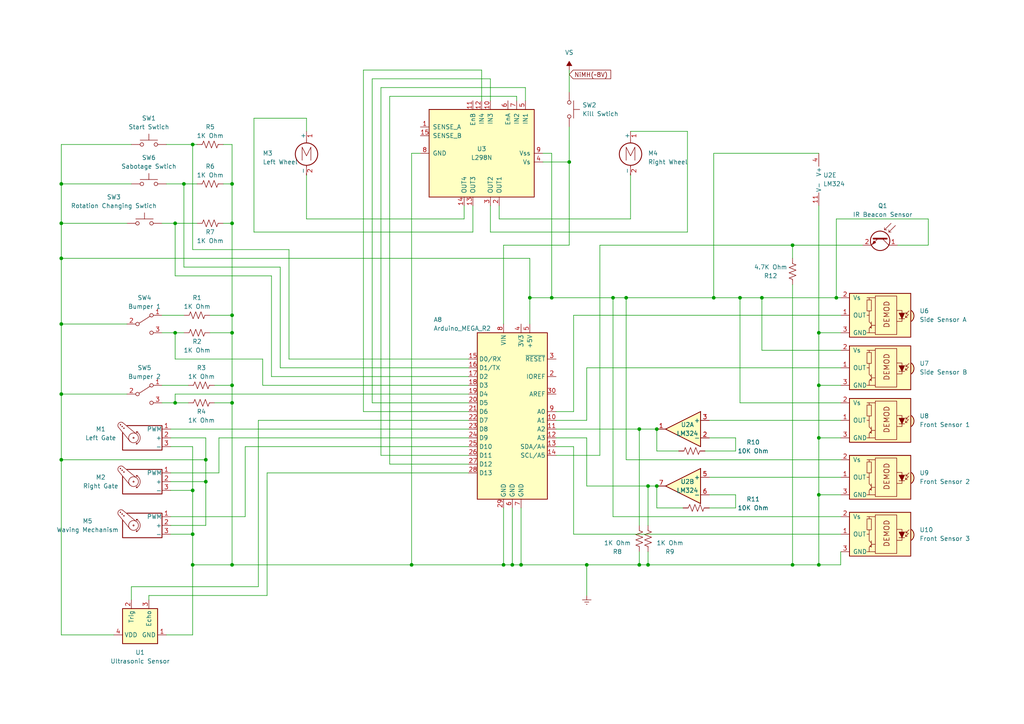
<source format=kicad_sch>
(kicad_sch (version 20211123) (generator eeschema)
  (paper "A4")
  (lib_symbols
    (symbol "Amplifier_Operational:LM324" (pin_names (offset 0.127))
      (property "Reference" "U" (at 0 5.08 0))
      (property "Value" "LM324" (at 0 -5.08 0))
      (symbol "LM324_1_1"
        (polyline (pts (xy -5.08 5.08) (xy 5.08 0) (xy -5.08 -5.08) (xy -5.08 5.08)) (stroke (width 0.254)) (fill (type background)))
        (pin output line (at 7.62 0 180) (length 2.54) (name "~") (number "1"))
        (pin input line (at -7.62 -2.54 0) (length 2.54) (name "-") (number "2"))
        (pin input line (at -7.62 2.54 0) (length 2.54) (name "+") (number "3"))
      )
      (symbol "LM324_2_1"
        (polyline (pts (xy -5.08 5.08) (xy 5.08 0) (xy -5.08 -5.08) (xy -5.08 5.08)) (stroke (width 0.254)) (fill (type background)))
        (pin input line (at -7.62 2.54 0) (length 2.54) (name "+") (number "5"))
        (pin input line (at -7.62 -2.54 0) (length 2.54) (name "-") (number "6"))
        (pin output line (at 7.62 0 180) (length 2.54) (name "~") (number "7"))
      )
      (symbol "LM324_3_1"
        (polyline (pts (xy -5.08 5.08) (xy 5.08 0) (xy -5.08 -5.08) (xy -5.08 5.08)) (stroke (width 0.254)) (fill (type background)))
        (pin input line (at -7.62 2.54 0) (length 2.54) (name "+") (number "10"))
        (pin output line (at 7.62 0 180) (length 2.54) (name "~") (number "8"))
        (pin input line (at -7.62 -2.54 0) (length 2.54) (name "-") (number "9"))
      )
      (symbol "LM324_4_1"
        (polyline (pts (xy -5.08 5.08) (xy 5.08 0) (xy -5.08 -5.08) (xy -5.08 5.08)) (stroke (width 0.254)) (fill (type background)))
        (pin input line (at -7.62 2.54 0) (length 2.54) (name "+") (number "12"))
        (pin input line (at -7.62 -2.54 0) (length 2.54) (name "-") (number "13"))
        (pin output line (at 7.62 0 180) (length 2.54) (name "~") (number "14"))
      )
      (symbol "LM324_5_1"
        (pin power_in line (at -2.54 -7.62 90) (length 3.81) (name "V-") (number "11"))
        (pin power_in line (at -2.54 7.62 270) (length 3.81) (name "V+") (number "4"))
      )
    )
    (symbol "Device:Q_Photo_NPN" (pin_names (offset 0) hide)
      (property "Reference" "Q" (at 5.08 1.27 0))
      (property "Value" "Q_Photo_NPN" (at 5.08 -1.27 0))
      (symbol "Q_Photo_NPN_0_1"
        (polyline (pts (xy -1.905 1.27) (xy -2.54 1.27)))
        (polyline (pts (xy -1.27 2.54) (xy -1.905 2.54)))
        (polyline (pts (xy 0.635 0.635) (xy 2.54 2.54)))
        (polyline (pts (xy -3.81 3.175) (xy -1.905 1.27) (xy -1.905 1.905)))
        (polyline (pts (xy -3.175 4.445) (xy -1.27 2.54) (xy -1.27 3.175)))
        (polyline (pts (xy 0.635 -0.635) (xy 2.54 -2.54) (xy 2.54 -2.54)))
        (polyline (pts (xy 0.635 1.905) (xy 0.635 -1.905) (xy 0.635 -1.905)) (stroke (width 0.508)))
        (polyline (pts (xy 1.27 -1.778) (xy 1.778 -1.27) (xy 2.286 -2.286) (xy 1.27 -1.778) (xy 1.27 -1.778)) (fill (type outline)))
        (circle (center 1.27 0) (radius 2.8194) (stroke (width 0.254)))
      )
      (symbol "Q_Photo_NPN_1_1"
        (pin passive line (at 2.54 5.08 270) (length 2.54) (name "C") (number "1"))
        (pin passive line (at 2.54 -5.08 90) (length 2.54) (name "E") (number "2"))
      )
    )
    (symbol "Device:R_US" (pin_numbers hide) (pin_names (offset 0))
      (property "Reference" "R" (at 2.54 0 90))
      (property "Value" "R_US" (at -2.54 0 90))
      (symbol "R_US_0_1"
        (polyline (pts (xy 0 -2.286) (xy 0 -2.54)))
        (polyline (pts (xy 0 2.286) (xy 0 2.54)))
        (polyline (pts (xy 0 -0.762) (xy 1.016 -1.143) (xy 0 -1.524) (xy -1.016 -1.905) (xy 0 -2.286)))
        (polyline (pts (xy 0 0.762) (xy 1.016 0.381) (xy 0 0) (xy -1.016 -0.381) (xy 0 -0.762)))
        (polyline (pts (xy 0 2.286) (xy 1.016 1.905) (xy 0 1.524) (xy -1.016 1.143) (xy 0 0.762)))
      )
      (symbol "R_US_1_1"
        (pin passive line (at 0 3.81 270) (length 1.27) (name "~") (number "1"))
        (pin passive line (at 0 -3.81 90) (length 1.27) (name "~") (number "2"))
      )
    )
    (symbol "Driver_Motor:L298N" (pin_names (offset 1.016))
      (property "Reference" "U" (at -10.16 16.51 0))
      (property "Value" "L298N" (at 12.7 16.51 0))
      (symbol "L298N_0_1"
        (rectangle (start -12.7 15.24) (end 12.7 -15.24) (stroke (width 0.254)) (fill (type background)))
      )
      (symbol "L298N_1_1"
        (pin power_in line (at -7.62 -17.78 90) (length 2.54) (name "SENSE_A") (number "1"))
        (pin input line (at -15.24 2.54 0) (length 2.54) (name "IN3") (number "10"))
        (pin input line (at -15.24 -2.54 0) (length 2.54) (name "EnB") (number "11"))
        (pin input line (at -15.24 0 0) (length 2.54) (name "IN4") (number "12"))
        (pin output line (at 15.24 -2.54 180) (length 2.54) (name "OUT3") (number "13"))
        (pin output line (at 15.24 -5.08 180) (length 2.54) (name "OUT4") (number "14"))
        (pin power_in line (at -5.08 -17.78 90) (length 2.54) (name "SENSE_B") (number "15"))
        (pin output line (at 15.24 5.08 180) (length 2.54) (name "OUT1") (number "2"))
        (pin output line (at 15.24 2.54 180) (length 2.54) (name "OUT2") (number "3"))
        (pin power_in line (at 2.54 17.78 270) (length 2.54) (name "Vs") (number "4"))
        (pin input line (at -15.24 12.7 0) (length 2.54) (name "IN1") (number "5"))
        (pin input line (at -15.24 7.62 0) (length 2.54) (name "EnA") (number "6"))
        (pin input line (at -15.24 10.16 0) (length 2.54) (name "IN2") (number "7"))
        (pin power_in line (at 0 -17.78 90) (length 2.54) (name "GND") (number "8"))
        (pin power_in line (at 0 17.78 270) (length 2.54) (name "Vss") (number "9"))
      )
    )
    (symbol "Interface_Optical:TSOP25xx" (pin_names (offset 1.016))
      (property "Reference" "U" (at -10.16 7.62 0))
      (property "Value" "TSOP25xx" (at -10.16 -7.62 0))
      (symbol "TSOP25xx_0_0"
        (arc (start -10.287 1.397) (mid -11.0899 -0.1852) (end -10.287 -1.778) (stroke (width 0.254)) (fill (type background)))
        (polyline (pts (xy 1.905 -5.08) (xy 0.127 -5.08)))
        (polyline (pts (xy 1.905 5.08) (xy 0.127 5.08)))
        (text "DEMOD" (at -3.175 0.254 900) (effects (font (size 1.524 1.524))))
      )
      (symbol "TSOP25xx_0_1"
        (rectangle (start -6.096 5.588) (end 0.127 -5.588))
        (polyline (pts (xy -8.763 0.381) (xy -9.652 1.27)))
        (polyline (pts (xy -8.763 0.381) (xy -9.271 0.381)))
        (polyline (pts (xy -8.763 0.381) (xy -8.763 0.889)))
        (polyline (pts (xy -8.636 -0.635) (xy -9.525 0.254)))
        (polyline (pts (xy -8.636 -0.635) (xy -9.144 -0.635)))
        (polyline (pts (xy -8.636 -0.635) (xy -8.636 -0.127)))
        (polyline (pts (xy -8.382 -1.016) (xy -6.731 -1.016)))
        (polyline (pts (xy 1.27 -2.921) (xy 0.127 -2.921)))
        (polyline (pts (xy 1.27 -1.905) (xy 1.27 -3.81)))
        (polyline (pts (xy 1.397 -3.556) (xy 1.524 -3.556)))
        (polyline (pts (xy 1.651 -3.556) (xy 1.524 -3.556)))
        (polyline (pts (xy 1.651 -3.556) (xy 1.651 -3.302)))
        (polyline (pts (xy 1.905 0) (xy 1.905 1.27)))
        (polyline (pts (xy 1.905 4.445) (xy 1.905 5.08) (xy 2.54 5.08)))
        (polyline (pts (xy -8.382 0.635) (xy -6.731 0.635) (xy -7.62 -1.016) (xy -8.382 0.635)) (fill (type outline)))
        (polyline (pts (xy -6.096 1.397) (xy -7.62 1.397) (xy -7.62 -1.778) (xy -6.096 -1.778)))
        (polyline (pts (xy 1.27 -3.175) (xy 1.905 -3.81) (xy 1.905 -5.08) (xy 2.54 -5.08)))
        (polyline (pts (xy 1.27 -2.54) (xy 1.905 -1.905) (xy 1.905 0) (xy 2.54 0)))
        (rectangle (start 2.54 1.27) (end 1.27 4.445))
        (rectangle (start 7.62 6.35) (end -10.16 -6.35) (stroke (width 0.254)) (fill (type background)))
      )
      (symbol "TSOP25xx_1_1"
        (pin output line (at 10.16 0 180) (length 2.54) (name "OUT") (number "1"))
        (pin power_in line (at 10.16 5.08 180) (length 2.54) (name "Vs") (number "2"))
        (pin power_in line (at 10.16 -5.08 180) (length 2.54) (name "GND") (number "3"))
      )
    )
    (symbol "MCU_Module:Arduino_UNO_R2"
      (property "Reference" "A" (at -10.16 23.495 0))
      (property "Value" "Arduino_UNO_R2" (at 5.08 -26.67 0))
      (symbol "Arduino_UNO_R2_0_1"
        (rectangle (start -10.16 22.86) (end 10.16 -25.4) (stroke (width 0.254)) (fill (type background)))
      )
      (symbol "Arduino_UNO_R2_1_1"
        (pin no_connect line (at -10.16 -20.32 0) (length 2.54) hide (name "NC") (number "1"))
        (pin bidirectional line (at 12.7 -2.54 180) (length 2.54) (name "A1") (number "10"))
        (pin bidirectional line (at 12.7 -5.08 180) (length 2.54) (name "A2") (number "11"))
        (pin bidirectional line (at 12.7 -7.62 180) (length 2.54) (name "A3") (number "12"))
        (pin bidirectional line (at 12.7 -10.16 180) (length 2.54) (name "SDA/A4") (number "13"))
        (pin bidirectional line (at 12.7 -12.7 180) (length 2.54) (name "SCL/A5") (number "14"))
        (pin bidirectional line (at -12.7 15.24 0) (length 2.54) (name "D0/RX") (number "15"))
        (pin bidirectional line (at -12.7 12.7 0) (length 2.54) (name "D1/TX") (number "16"))
        (pin bidirectional line (at -12.7 10.16 0) (length 2.54) (name "D2") (number "17"))
        (pin bidirectional line (at -12.7 7.62 0) (length 2.54) (name "D3") (number "18"))
        (pin bidirectional line (at -12.7 5.08 0) (length 2.54) (name "D4") (number "19"))
        (pin output line (at 12.7 10.16 180) (length 2.54) (name "IOREF") (number "2"))
        (pin bidirectional line (at -12.7 2.54 0) (length 2.54) (name "D5") (number "20"))
        (pin bidirectional line (at -12.7 0 0) (length 2.54) (name "D6") (number "21"))
        (pin bidirectional line (at -12.7 -2.54 0) (length 2.54) (name "D7") (number "22"))
        (pin bidirectional line (at -12.7 -5.08 0) (length 2.54) (name "D8") (number "23"))
        (pin bidirectional line (at -12.7 -7.62 0) (length 2.54) (name "D9") (number "24"))
        (pin bidirectional line (at -12.7 -10.16 0) (length 2.54) (name "D10") (number "25"))
        (pin bidirectional line (at -12.7 -12.7 0) (length 2.54) (name "D11") (number "26"))
        (pin bidirectional line (at -12.7 -15.24 0) (length 2.54) (name "D12") (number "27"))
        (pin bidirectional line (at -12.7 -17.78 0) (length 2.54) (name "D13") (number "28"))
        (pin power_in line (at -2.54 -27.94 90) (length 2.54) (name "GND") (number "29"))
        (pin input line (at 12.7 15.24 180) (length 2.54) (name "~{RESET}") (number "3"))
        (pin input line (at 12.7 5.08 180) (length 2.54) (name "AREF") (number "30"))
        (pin power_out line (at 2.54 25.4 270) (length 2.54) (name "3V3") (number "4"))
        (pin power_out line (at 5.08 25.4 270) (length 2.54) (name "+5V") (number "5"))
        (pin power_in line (at 0 -27.94 90) (length 2.54) (name "GND") (number "6"))
        (pin power_in line (at 2.54 -27.94 90) (length 2.54) (name "GND") (number "7"))
        (pin power_in line (at -2.54 25.4 270) (length 2.54) (name "VIN") (number "8"))
        (pin bidirectional line (at 12.7 0 180) (length 2.54) (name "A0") (number "9"))
      )
    )
    (symbol "Motor:Motor_DC" (pin_names (offset 0))
      (property "Reference" "M" (at 2.54 2.54 0))
      (property "Value" "Motor_DC" (at 2.54 -5.08 0))
      (symbol "Motor_DC_0_0"
        (polyline (pts (xy -1.27 -3.302) (xy -1.27 0.508) (xy 0 -2.032) (xy 1.27 0.508) (xy 1.27 -3.302)))
      )
      (symbol "Motor_DC_0_1"
        (circle (center 0 -1.524) (radius 3.2512) (stroke (width 0.254)))
        (polyline (pts (xy 0 -7.62) (xy 0 -7.112)))
        (polyline (pts (xy 0 -4.7752) (xy 0 -5.1816)))
        (polyline (pts (xy 0 1.7272) (xy 0 2.0828)))
        (polyline (pts (xy 0 2.032) (xy 0 2.54)))
      )
      (symbol "Motor_DC_1_1"
        (pin passive line (at 0 5.08 270) (length 2.54) (name "+") (number "1"))
        (pin passive line (at 0 -7.62 90) (length 2.54) (name "-") (number "2"))
      )
    )
    (symbol "Motor:Motor_Servo" (pin_names (offset 0.0254))
      (property "Reference" "M" (at -5.08 4.445 0))
      (property "Value" "Motor_Servo" (at -5.08 -4.064 0))
      (symbol "Motor_Servo_0_1"
        (polyline (pts (xy 2.413 -1.778) (xy 2.032 -1.778)))
        (polyline (pts (xy 2.413 -1.778) (xy 2.286 -1.397)))
        (polyline (pts (xy 2.413 1.778) (xy 1.905 1.778)))
        (polyline (pts (xy 2.413 1.778) (xy 2.286 1.397)))
        (polyline (pts (xy 6.35 4.445) (xy 2.54 1.27)))
        (polyline (pts (xy 7.62 3.175) (xy 4.191 -1.016)))
        (polyline (pts (xy 5.08 3.556) (xy -5.08 3.556) (xy -5.08 -3.556) (xy 6.35 -3.556) (xy 6.35 1.524)) (stroke (width 0.254)))
        (arc (start 2.413 1.778) (mid 1.2406 0) (end 2.413 -1.778))
        (circle (center 3.175 0) (radius 0.1778))
        (circle (center 3.175 0) (radius 1.4224))
        (circle (center 5.969 2.794) (radius 0.127))
        (circle (center 6.477 3.302) (radius 0.127))
        (circle (center 6.985 3.81) (radius 0.127))
        (arc (start 7.62 3.175) (mid 7.4485 4.2735) (end 6.35 4.445))
      )
      (symbol "Motor_Servo_1_1"
        (pin passive line (at -7.62 2.54 0) (length 2.54) (name "PWM") (number "1"))
        (pin passive line (at -7.62 0 0) (length 2.54) (name "+") (number "2"))
        (pin passive line (at -7.62 -2.54 0) (length 2.54) (name "-") (number "3"))
      )
    )
    (symbol "Sensor:SHT1x"
      (property "Reference" "U?" (at 0 -7.62 90))
      (property "Value" "Ultrasonic Sensor" (at 0 -10.16 90))
      (symbol "SHT1x_0_1"
        (rectangle (start -5.08 5.08) (end 5.08 -5.08) (stroke (width 0.254)) (fill (type background)))
      )
      (symbol "SHT1x_1_1"
        (pin power_in line (at -2.54 -7.62 90) (length 2.54) (name "GND") (number "1"))
        (pin bidirectional line (at 7.62 2.54 180) (length 2.54) (name "Trig") (number "2"))
        (pin input line (at 7.62 -2.54 180) (length 2.54) (name "Echo") (number "3"))
        (pin power_in line (at -2.54 7.62 270) (length 2.54) (name "VDD") (number "4"))
      )
    )
    (symbol "Switch:SW_Push" (pin_numbers hide) (pin_names (offset 1.016) hide)
      (property "Reference" "SW" (at 1.27 2.54 0))
      (property "Value" "SW_Push" (at 0 -1.524 0))
      (symbol "SW_Push_0_1"
        (circle (center -2.032 0) (radius 0.508))
        (polyline (pts (xy 0 1.27) (xy 0 3.048)))
        (polyline (pts (xy 2.54 1.27) (xy -2.54 1.27)))
        (circle (center 2.032 0) (radius 0.508))
        (pin passive line (at -5.08 0 0) (length 2.54) (name "1") (number "1"))
        (pin passive line (at 5.08 0 180) (length 2.54) (name "2") (number "2"))
      )
    )
    (symbol "Switch:SW_SPDT" (pin_names (offset 0) hide)
      (property "Reference" "SW" (at 0 4.318 0))
      (property "Value" "SW_SPDT" (at 0 -5.08 0))
      (symbol "SW_SPDT_0_0"
        (circle (center -2.032 0) (radius 0.508))
        (circle (center 2.032 -2.54) (radius 0.508))
      )
      (symbol "SW_SPDT_0_1"
        (polyline (pts (xy -1.524 0.254) (xy 1.651 2.286)))
        (circle (center 2.032 2.54) (radius 0.508))
      )
      (symbol "SW_SPDT_1_1"
        (pin passive line (at 5.08 2.54 180) (length 2.54) (name "A") (number "1"))
        (pin passive line (at -5.08 0 0) (length 2.54) (name "B") (number "2"))
        (pin passive line (at 5.08 -2.54 180) (length 2.54) (name "C") (number "3"))
      )
    )
    (symbol "power:Earth" (power) (pin_names (offset 0))
      (symbol "Earth_0_1"
        (polyline (pts (xy -0.635 -1.905) (xy 0.635 -1.905)))
        (polyline (pts (xy -0.127 -2.54) (xy 0.127 -2.54)))
        (polyline (pts (xy 0 -1.27) (xy 0 0)))
        (polyline (pts (xy 1.27 -1.27) (xy -1.27 -1.27)))
      )
      (symbol "Earth_1_1"
        (pin power_in line (at 0 0 270) (length 0) hide (name "Earth") (number "1"))
      )
    )
    (symbol "power:VS" (power) (pin_names (offset 0))
      (property "Value" "VS" (at 0 3.81 0))
      (symbol "VS_0_1"
        (polyline (pts (xy 0 0) (xy 0 2.54)))
        (polyline (pts (xy 0.762 1.27) (xy -0.762 1.27) (xy 0 2.54) (xy 0.762 1.27)) (fill (type outline)))
      )
      (symbol "VS_1_1"
        (pin power_in line (at 0 0 90) (length 0) hide (name "VS") (number "1"))
      )
    )
  )
  (junction (at 165.1 46.99))
  (junction (at 17.78 93.98))
  (junction (at 59.69 133.35))
  (junction (at 229.87 71.12))
  (junction (at 237.49 127))
  (junction (at 160.02 86.36))
  (junction (at 67.31 91.44))
  (junction (at 17.78 114.3))
  (junction (at 148.59 163.83))
  (junction (at 185.42 163.83))
  (junction (at 50.8 64.77))
  (junction (at 53.34 53.34))
  (junction (at 185.42 124.46))
  (junction (at 207.01 86.36))
  (junction (at 187.96 140.97))
  (junction (at 67.31 64.77))
  (junction (at 170.18 163.83))
  (junction (at 237.49 143.51))
  (junction (at 50.8 116.84))
  (junction (at 177.8 86.36))
  (junction (at 67.31 53.34))
  (junction (at 59.69 139.7))
  (junction (at 67.31 96.52))
  (junction (at 50.8 96.52))
  (junction (at 55.88 154.94))
  (junction (at 242.57 86.36))
  (junction (at 17.78 74.93))
  (junction (at 237.49 163.83))
  (junction (at 17.78 53.34))
  (junction (at 214.63 86.36))
  (junction (at 67.31 111.76))
  (junction (at 55.88 142.24))
  (junction (at 237.49 96.52))
  (junction (at 237.49 111.76))
  (junction (at 55.88 163.83))
  (junction (at 190.5 140.97))
  (junction (at 229.87 163.83))
  (junction (at 220.98 86.36))
  (junction (at 190.5 124.46))
  (junction (at 146.05 163.83))
  (junction (at 17.78 133.35))
  (junction (at 67.31 116.84))
  (junction (at 181.61 86.36))
  (junction (at 55.88 41.91))
  (junction (at 17.78 64.77))
  (junction (at 119.38 163.83))
  (junction (at 151.13 163.83))
  (junction (at 187.96 163.83))
  (junction (at 153.67 86.36))
  (junction (at 67.31 163.83))
  (wire (pts (xy 113.03 27.94) (xy 113.03 134.62)))
  (wire (pts (xy 185.42 160.02) (xy 185.42 163.83)))
  (wire (pts (xy 55.88 129.54) (xy 55.88 142.24)))
  (wire (pts (xy 81.28 106.68) (xy 81.28 77.47)))
  (wire (pts (xy 73.66 34.29) (xy 73.66 67.31)))
  (wire (pts (xy 33.02 184.15) (xy 17.78 184.15)))
  (wire (pts (xy 55.88 184.15) (xy 55.88 163.83)))
  (wire (pts (xy 50.8 96.52) (xy 53.34 96.52)))
  (wire (pts (xy 77.47 137.16) (xy 135.89 137.16)))
  (wire (pts (xy 49.53 127) (xy 59.69 127)))
  (wire (pts (xy 105.41 20.32) (xy 105.41 119.38)))
  (wire (pts (xy 119.38 44.45) (xy 119.38 163.83)))
  (wire (pts (xy 64.77 53.34) (xy 67.31 53.34)))
  (wire (pts (xy 170.18 163.83) (xy 185.42 163.83)))
  (wire (pts (xy 53.34 53.34) (xy 53.34 77.47)))
  (wire (pts (xy 139.7 29.21) (xy 139.7 20.32)))
  (wire (pts (xy 50.8 64.77) (xy 50.8 80.01)))
  (wire (pts (xy 139.7 20.32) (xy 105.41 20.32)))
  (wire (pts (xy 220.98 101.6) (xy 243.84 101.6)))
  (wire (pts (xy 237.49 96.52) (xy 237.49 111.76)))
  (wire (pts (xy 214.63 86.36) (xy 220.98 86.36)))
  (wire (pts (xy 64.77 64.77) (xy 67.31 64.77)))
  (wire (pts (xy 182.88 38.1) (xy 199.39 38.1)))
  (wire (pts (xy 199.39 67.31) (xy 142.24 67.31)))
  (wire (pts (xy 81.28 77.47) (xy 53.34 77.47)))
  (wire (pts (xy 53.34 53.34) (xy 57.15 53.34)))
  (wire (pts (xy 67.31 53.34) (xy 67.31 64.77)))
  (wire (pts (xy 165.1 46.99) (xy 157.48 46.99)))
  (wire (pts (xy 196.85 130.81) (xy 190.5 130.81)))
  (wire (pts (xy 49.53 154.94) (xy 55.88 154.94)))
  (wire (pts (xy 220.98 86.36) (xy 242.57 86.36)))
  (wire (pts (xy 17.78 74.93) (xy 153.67 74.93)))
  (wire (pts (xy 170.18 140.97) (xy 170.18 127)))
  (wire (pts (xy 119.38 163.83) (xy 146.05 163.83)))
  (wire (pts (xy 107.95 22.86) (xy 107.95 116.84)))
  (wire (pts (xy 63.5 127) (xy 63.5 137.16)))
  (wire (pts (xy 50.8 114.3) (xy 50.8 116.84)))
  (wire (pts (xy 148.59 163.83) (xy 151.13 163.83)))
  (wire (pts (xy 161.29 121.92) (xy 170.18 121.92)))
  (wire (pts (xy 110.49 132.08) (xy 135.89 132.08)))
  (wire (pts (xy 207.01 44.45) (xy 207.01 86.36)))
  (wire (pts (xy 187.96 163.83) (xy 229.87 163.83)))
  (wire (pts (xy 67.31 64.77) (xy 67.31 91.44)))
  (wire (pts (xy 17.78 53.34) (xy 17.78 64.77)))
  (wire (pts (xy 177.8 149.86) (xy 243.84 149.86)))
  (wire (pts (xy 78.74 109.22) (xy 78.74 80.01)))
  (wire (pts (xy 213.36 143.51) (xy 213.36 147.32)))
  (wire (pts (xy 59.69 127) (xy 59.69 133.35)))
  (wire (pts (xy 67.31 116.84) (xy 67.31 111.76)))
  (wire (pts (xy 199.39 38.1) (xy 199.39 67.31)))
  (wire (pts (xy 149.86 27.94) (xy 149.86 29.21)))
  (wire (pts (xy 59.69 139.7) (xy 59.69 152.4)))
  (wire (pts (xy 165.1 46.99) (xy 165.1 71.12)))
  (wire (pts (xy 237.49 59.69) (xy 237.49 96.52)))
  (wire (pts (xy 107.95 116.84) (xy 135.89 116.84)))
  (wire (pts (xy 135.89 109.22) (xy 78.74 109.22)))
  (wire (pts (xy 135.89 134.62) (xy 113.03 134.62)))
  (wire (pts (xy 243.84 111.76) (xy 237.49 111.76)))
  (wire (pts (xy 74.93 121.92) (xy 74.93 170.18)))
  (wire (pts (xy 88.9 63.5) (xy 134.62 63.5)))
  (wire (pts (xy 38.1 170.18) (xy 38.1 173.99)))
  (wire (pts (xy 49.53 149.86) (xy 71.12 149.86)))
  (wire (pts (xy 161.29 119.38) (xy 166.37 119.38)))
  (wire (pts (xy 170.18 140.97) (xy 187.96 140.97)))
  (wire (pts (xy 64.77 41.91) (xy 67.31 41.91)))
  (wire (pts (xy 107.95 22.86) (xy 142.24 22.86)))
  (wire (pts (xy 229.87 163.83) (xy 237.49 163.83)))
  (wire (pts (xy 181.61 86.36) (xy 207.01 86.36)))
  (wire (pts (xy 152.4 29.21) (xy 152.4 25.4)))
  (wire (pts (xy 161.29 129.54) (xy 166.37 129.54)))
  (wire (pts (xy 220.98 86.36) (xy 220.98 101.6)))
  (wire (pts (xy 152.4 25.4) (xy 110.49 25.4)))
  (wire (pts (xy 161.29 124.46) (xy 185.42 124.46)))
  (wire (pts (xy 88.9 34.29) (xy 73.66 34.29)))
  (wire (pts (xy 49.53 124.46) (xy 135.89 124.46)))
  (wire (pts (xy 17.78 74.93) (xy 17.78 93.98)))
  (wire (pts (xy 243.84 127) (xy 237.49 127)))
  (wire (pts (xy 17.78 114.3) (xy 36.83 114.3)))
  (wire (pts (xy 190.5 147.32) (xy 190.5 140.97)))
  (wire (pts (xy 49.53 139.7) (xy 59.69 139.7)))
  (wire (pts (xy 242.57 63.5) (xy 269.24 63.5)))
  (wire (pts (xy 146.05 71.12) (xy 165.1 71.12)))
  (wire (pts (xy 165.1 20.32) (xy 165.1 26.67)))
  (wire (pts (xy 237.49 44.45) (xy 207.01 44.45)))
  (wire (pts (xy 48.26 41.91) (xy 55.88 41.91)))
  (wire (pts (xy 144.78 59.69) (xy 144.78 63.5)))
  (wire (pts (xy 243.84 96.52) (xy 237.49 96.52)))
  (wire (pts (xy 177.8 86.36) (xy 181.61 86.36)))
  (wire (pts (xy 43.18 173.99) (xy 43.18 172.72)))
  (wire (pts (xy 177.8 86.36) (xy 177.8 149.86)))
  (wire (pts (xy 146.05 147.32) (xy 146.05 163.83)))
  (wire (pts (xy 198.12 147.32) (xy 190.5 147.32)))
  (wire (pts (xy 17.78 114.3) (xy 17.78 133.35)))
  (wire (pts (xy 151.13 163.83) (xy 151.13 147.32)))
  (wire (pts (xy 55.88 142.24) (xy 55.88 154.94)))
  (wire (pts (xy 50.8 116.84) (xy 54.61 116.84)))
  (wire (pts (xy 269.24 71.12) (xy 260.35 71.12)))
  (wire (pts (xy 148.59 147.32) (xy 148.59 163.83)))
  (wire (pts (xy 73.66 67.31) (xy 137.16 67.31)))
  (wire (pts (xy 153.67 86.36) (xy 160.02 86.36)))
  (wire (pts (xy 160.02 86.36) (xy 177.8 86.36)))
  (wire (pts (xy 146.05 93.98) (xy 146.05 71.12)))
  (wire (pts (xy 190.5 130.81) (xy 190.5 124.46)))
  (wire (pts (xy 214.63 86.36) (xy 214.63 116.84)))
  (wire (pts (xy 237.49 127) (xy 237.49 143.51)))
  (wire (pts (xy 48.26 184.15) (xy 55.88 184.15)))
  (wire (pts (xy 237.49 163.83) (xy 243.84 163.83)))
  (wire (pts (xy 17.78 41.91) (xy 17.78 53.34)))
  (wire (pts (xy 214.63 116.84) (xy 243.84 116.84)))
  (wire (pts (xy 17.78 93.98) (xy 17.78 114.3)))
  (wire (pts (xy 237.49 143.51) (xy 237.49 163.83)))
  (wire (pts (xy 121.92 44.45) (xy 119.38 44.45)))
  (wire (pts (xy 83.82 72.39) (xy 55.88 72.39)))
  (wire (pts (xy 153.67 74.93) (xy 153.67 86.36)))
  (wire (pts (xy 182.88 50.8) (xy 182.88 63.5)))
  (wire (pts (xy 146.05 163.83) (xy 148.59 163.83)))
  (wire (pts (xy 43.18 172.72) (xy 77.47 172.72)))
  (wire (pts (xy 77.47 172.72) (xy 77.47 137.16)))
  (wire (pts (xy 67.31 163.83) (xy 119.38 163.83)))
  (wire (pts (xy 229.87 71.12) (xy 250.19 71.12)))
  (wire (pts (xy 157.48 44.45) (xy 160.02 44.45)))
  (wire (pts (xy 78.74 80.01) (xy 50.8 80.01)))
  (wire (pts (xy 110.49 25.4) (xy 110.49 132.08)))
  (wire (pts (xy 135.89 111.76) (xy 76.2 111.76)))
  (wire (pts (xy 49.53 142.24) (xy 55.88 142.24)))
  (wire (pts (xy 17.78 64.77) (xy 36.83 64.77)))
  (wire (pts (xy 17.78 93.98) (xy 36.83 93.98)))
  (wire (pts (xy 207.01 86.36) (xy 214.63 86.36)))
  (wire (pts (xy 205.74 143.51) (xy 213.36 143.51)))
  (wire (pts (xy 213.36 147.32) (xy 205.74 147.32)))
  (wire (pts (xy 165.1 36.83) (xy 165.1 46.99)))
  (wire (pts (xy 135.89 121.92) (xy 74.93 121.92)))
  (wire (pts (xy 190.5 124.46) (xy 185.42 124.46)))
  (wire (pts (xy 74.93 170.18) (xy 38.1 170.18)))
  (wire (pts (xy 151.13 163.83) (xy 170.18 163.83)))
  (wire (pts (xy 46.99 116.84) (xy 50.8 116.84)))
  (wire (pts (xy 17.78 133.35) (xy 17.78 184.15)))
  (wire (pts (xy 113.03 27.94) (xy 149.86 27.94)))
  (wire (pts (xy 243.84 143.51) (xy 237.49 143.51)))
  (wire (pts (xy 134.62 59.69) (xy 134.62 63.5)))
  (wire (pts (xy 166.37 91.44) (xy 243.84 91.44)))
  (wire (pts (xy 76.2 104.14) (xy 50.8 104.14)))
  (wire (pts (xy 55.88 41.91) (xy 57.15 41.91)))
  (wire (pts (xy 170.18 106.68) (xy 243.84 106.68)))
  (wire (pts (xy 205.74 127) (xy 213.36 127)))
  (wire (pts (xy 62.23 111.76) (xy 67.31 111.76)))
  (wire (pts (xy 59.69 133.35) (xy 59.69 139.7)))
  (wire (pts (xy 50.8 114.3) (xy 135.89 114.3)))
  (wire (pts (xy 105.41 119.38) (xy 135.89 119.38)))
  (wire (pts (xy 55.88 41.91) (xy 55.88 72.39)))
  (wire (pts (xy 170.18 127) (xy 161.29 127)))
  (wire (pts (xy 49.53 129.54) (xy 55.88 129.54)))
  (wire (pts (xy 46.99 96.52) (xy 50.8 96.52)))
  (wire (pts (xy 213.36 130.81) (xy 204.47 130.81)))
  (wire (pts (xy 205.74 121.92) (xy 243.84 121.92)))
  (wire (pts (xy 55.88 163.83) (xy 67.31 163.83)))
  (wire (pts (xy 135.89 106.68) (xy 81.28 106.68)))
  (wire (pts (xy 181.61 133.35) (xy 243.84 133.35)))
  (wire (pts (xy 242.57 63.5) (xy 242.57 86.36)))
  (wire (pts (xy 142.24 22.86) (xy 142.24 29.21)))
  (wire (pts (xy 161.29 132.08) (xy 173.99 132.08)))
  (wire (pts (xy 170.18 121.92) (xy 170.18 106.68)))
  (wire (pts (xy 187.96 140.97) (xy 190.5 140.97)))
  (wire (pts (xy 60.96 96.52) (xy 67.31 96.52)))
  (wire (pts (xy 76.2 111.76) (xy 76.2 104.14)))
  (wire (pts (xy 17.78 64.77) (xy 17.78 74.93)))
  (wire (pts (xy 17.78 53.34) (xy 38.1 53.34)))
  (wire (pts (xy 229.87 82.55) (xy 229.87 163.83)))
  (wire (pts (xy 55.88 154.94) (xy 55.88 163.83)))
  (wire (pts (xy 269.24 63.5) (xy 269.24 71.12)))
  (wire (pts (xy 185.42 163.83) (xy 187.96 163.83)))
  (wire (pts (xy 182.88 63.5) (xy 144.78 63.5)))
  (wire (pts (xy 67.31 91.44) (xy 67.31 96.52)))
  (wire (pts (xy 166.37 154.94) (xy 166.37 129.54)))
  (wire (pts (xy 242.57 86.36) (xy 243.84 86.36)))
  (wire (pts (xy 17.78 41.91) (xy 38.1 41.91)))
  (wire (pts (xy 17.78 133.35) (xy 59.69 133.35)))
  (wire (pts (xy 83.82 104.14) (xy 83.82 72.39)))
  (wire (pts (xy 187.96 140.97) (xy 187.96 152.4)))
  (wire (pts (xy 88.9 50.8) (xy 88.9 63.5)))
  (wire (pts (xy 50.8 96.52) (xy 50.8 104.14)))
  (wire (pts (xy 71.12 129.54) (xy 135.89 129.54)))
  (wire (pts (xy 49.53 137.16) (xy 63.5 137.16)))
  (wire (pts (xy 60.96 91.44) (xy 67.31 91.44)))
  (wire (pts (xy 173.99 71.12) (xy 229.87 71.12)))
  (wire (pts (xy 46.99 111.76) (xy 54.61 111.76)))
  (wire (pts (xy 213.36 127) (xy 213.36 130.81)))
  (wire (pts (xy 160.02 44.45) (xy 160.02 86.36)))
  (wire (pts (xy 142.24 67.31) (xy 142.24 59.69)))
  (wire (pts (xy 185.42 124.46) (xy 185.42 152.4)))
  (wire (pts (xy 237.49 111.76) (xy 237.49 127)))
  (wire (pts (xy 135.89 127) (xy 63.5 127)))
  (wire (pts (xy 166.37 154.94) (xy 243.84 154.94)))
  (wire (pts (xy 88.9 38.1) (xy 88.9 34.29)))
  (wire (pts (xy 170.18 163.83) (xy 170.18 172.72)))
  (wire (pts (xy 181.61 86.36) (xy 181.61 133.35)))
  (wire (pts (xy 205.74 138.43) (xy 243.84 138.43)))
  (wire (pts (xy 46.99 64.77) (xy 50.8 64.77)))
  (wire (pts (xy 71.12 149.86) (xy 71.12 129.54)))
  (wire (pts (xy 153.67 86.36) (xy 153.67 93.98)))
  (wire (pts (xy 46.99 91.44) (xy 53.34 91.44)))
  (wire (pts (xy 67.31 96.52) (xy 67.31 111.76)))
  (wire (pts (xy 67.31 116.84) (xy 67.31 163.83)))
  (wire (pts (xy 135.89 104.14) (xy 83.82 104.14)))
  (wire (pts (xy 166.37 119.38) (xy 166.37 91.44)))
  (wire (pts (xy 243.84 160.02) (xy 243.84 163.83)))
  (wire (pts (xy 67.31 41.91) (xy 67.31 53.34)))
  (wire (pts (xy 173.99 71.12) (xy 173.99 132.08)))
  (wire (pts (xy 137.16 59.69) (xy 137.16 67.31)))
  (wire (pts (xy 48.26 53.34) (xy 53.34 53.34)))
  (wire (pts (xy 49.53 152.4) (xy 59.69 152.4)))
  (wire (pts (xy 229.87 71.12) (xy 229.87 74.93)))
  (wire (pts (xy 187.96 160.02) (xy 187.96 163.83)))
  (wire (pts (xy 62.23 116.84) (xy 67.31 116.84)))
  (wire (pts (xy 50.8 64.77) (xy 57.15 64.77)))
  (global_label "NiMH(~8V)" (shape input) (at 165.1 21.59 0) (property "Intersheet References" "${INTERSHEET_REFS}" (effects hide)))
  (symbol (lib_id "Interface_Optical:TSOP25xx") (at 254 154.94 0) (mirror y) (unit 1)
    (property "Reference" "U10" (at 266.7 153.6699 0) (effects (justify right)))
    (property "Value" "Front Sensor 3" (at 266.7 156.2099 0) (effects (justify right)))
    (property "Footprint" "OptoDevice:Vishay_MOLD-3Pin" (effects hide))
    (property "Datasheet" "http://www.vishay.com/docs/82460/tsop45.pdf" (effects hide))
  )
  (symbol (lib_id "Amplifier_Operational:LM324") (at 240.03 52.07 0) (unit 5)
    (property "Reference" "U2" (at 238.76 50.7999 0) (effects (justify left)))
    (property "Value" "LM324" (at 238.76 53.3399 0) (effects (justify left)))
    (property "Datasheet" "http://www.ti.com/lit/ds/symlink/lm2902-n.pdf" (effects hide))
  )
  (symbol (lib_id "Device:R_US") (at 185.42 156.21 180) (unit 1)
    (property "Reference" "R8" (at 179.07 160.02 0))
    (property "Value" "1K Ohm" (at 179.07 157.48 0))
  )
  (symbol (lib_id "Device:R_US") (at 57.15 91.44 270) (unit 1)
    (property "Reference" "R1" (at 57.15 86.36 90))
    (property "Value" "1K Ohm" (at 57.15 88.9 90))
  )
  (symbol (lib_id "power:Earth") (at 170.18 172.72 0) (unit 1)
    (property "Reference" "#PWR03" (effects hide))
    (property "Value" "Earth" (effects hide))
  )
  (symbol (lib_id "MCU_Module:Arduino_UNO_R2") (at 148.59 119.38 0) (unit 1)
    (property "Reference" "A8" (at 125.73 92.71 0) (effects (justify left)))
    (property "Value" "Arduino_MEGA_R2" (at 125.73 95.25 0) (effects (justify left)))
    (property "Footprint" "Module:Arduino_UNO_R2" (effects hide))
    (property "Datasheet" "https://www.arduino.cc/en/Main/arduinoBoardUno" (effects hide))
  )
  (symbol (lib_id "Motor:Motor_Servo") (at 41.91 152.4 0) (mirror y) (unit 1)
    (property "Reference" "M5" (at 25.4 151.13 0))
    (property "Value" "Waving Mechanism" (at 25.4 153.67 0))
    (property "Datasheet" "http://forums.parallax.com/uploads/attachments/46831/74481.png" (effects hide))
  )
  (symbol (lib_id "Device:Q_Photo_NPN") (at 255.27 68.58 270) (unit 1)
    (property "Reference" "Q1" (at 256.0193 59.69 90))
    (property "Value" "IR Beacon Sensor" (at 256.0193 62.23 90))
  )
  (symbol (lib_id "Interface_Optical:TSOP25xx") (at 254 138.43 0) (mirror y) (unit 1)
    (property "Reference" "U9" (at 266.7 137.1599 0) (effects (justify right)))
    (property "Value" "Front Sensor 2" (at 266.7 139.6999 0) (effects (justify right)))
    (property "Footprint" "OptoDevice:Vishay_MOLD-3Pin" (effects hide))
    (property "Datasheet" "http://www.vishay.com/docs/82460/tsop45.pdf" (effects hide))
  )
  (symbol (lib_id "Interface_Optical:TSOP25xx") (at 254 106.68 0) (mirror y) (unit 1)
    (property "Reference" "U7" (at 266.7 105.4099 0) (effects (justify right)))
    (property "Value" "Side Sensor B" (at 266.7 107.9499 0) (effects (justify right)))
    (property "Footprint" "OptoDevice:Vishay_MOLD-3Pin" (effects hide))
    (property "Datasheet" "http://www.vishay.com/docs/82460/tsop45.pdf" (effects hide))
  )
  (symbol (lib_id "Switch:SW_Push") (at 43.18 41.91 0) (unit 1)
    (property "Reference" "SW1" (at 43.18 34.29 0))
    (property "Value" "Start Swtich" (at 43.18 36.83 0))
  )
  (symbol (lib_id "Driver_Motor:L298N") (at 139.7 44.45 270) (unit 1)
    (property "Reference" "U3" (at 139.7 43.18 90))
    (property "Value" "L298N" (at 139.7 45.72 90))
    (property "Footprint" "Package_TO_SOT_THT:TO-220-15_P2.54x2.54mm_StaggerOdd_Lead4.58mm_Vertical" (effects hide))
    (property "Datasheet" "http://www.st.com/st-web-ui/static/active/en/resource/technical/document/datasheet/CD00000240.pdf" (effects hide))
  )
  (symbol (lib_id "Switch:SW_Push") (at 165.1 31.75 270) (unit 1)
    (property "Reference" "SW2" (at 168.91 30.4799 90) (effects (justify left)))
    (property "Value" "Kill Swtich" (at 168.91 33.0199 90) (effects (justify left)))
  )
  (symbol (lib_id "Interface_Optical:TSOP25xx") (at 254 91.44 0) (mirror y) (unit 1)
    (property "Reference" "U6" (at 266.7 90.1699 0) (effects (justify right)))
    (property "Value" "Side Sensor A" (at 266.7 92.7099 0) (effects (justify right)))
    (property "Footprint" "OptoDevice:Vishay_MOLD-3Pin" (effects hide))
    (property "Datasheet" "http://www.vishay.com/docs/82460/tsop45.pdf" (effects hide))
  )
  (symbol (lib_id "Switch:SW_SPDT") (at 41.91 93.98 0) (unit 1)
    (property "Reference" "SW4" (at 41.91 86.36 0))
    (property "Value" "Bumper 1" (at 41.91 88.9 0))
  )
  (symbol (lib_id "Device:R_US") (at 60.96 41.91 270) (unit 1)
    (property "Reference" "R5" (at 60.96 36.83 90))
    (property "Value" "1K Ohm" (at 60.96 39.37 90))
  )
  (symbol (lib_id "Switch:SW_Push") (at 41.91 64.77 0) (unit 1)
    (property "Reference" "SW3" (at 33.02 57.15 0))
    (property "Value" "Rotation Changing Swtich" (at 33.02 59.69 0))
  )
  (symbol (lib_id "Switch:SW_Push") (at 43.18 53.34 0) (unit 1)
    (property "Reference" "SW6" (at 43.18 45.72 0))
    (property "Value" "Sabotage Swtich" (at 43.18 48.26 0))
  )
  (symbol (lib_id "Interface_Optical:TSOP25xx") (at 254 121.92 0) (mirror y) (unit 1)
    (property "Reference" "U8" (at 266.7 120.6499 0) (effects (justify right)))
    (property "Value" "Front Sensor 1" (at 266.7 123.1899 0) (effects (justify right)))
    (property "Footprint" "OptoDevice:Vishay_MOLD-3Pin" (effects hide))
    (property "Datasheet" "http://www.vishay.com/docs/82460/tsop45.pdf" (effects hide))
  )
  (symbol (lib_id "Device:R_US") (at 58.42 116.84 270) (unit 1)
    (property "Reference" "R4" (at 58.42 119.38 90))
    (property "Value" "1K Ohm" (at 58.42 121.92 90))
  )
  (symbol (lib_id "Device:R_US") (at 229.87 78.74 180) (unit 1)
    (property "Reference" "R12" (at 223.52 80.01 0))
    (property "Value" "4.7K Ohm" (at 223.52 77.47 0))
  )
  (symbol (lib_id "Amplifier_Operational:LM324") (at 198.12 140.97 0) (mirror y) (unit 2)
    (property "Reference" "U2" (at 199.39 139.7 0))
    (property "Value" "LM324" (at 199.39 142.24 0))
    (property "Datasheet" "http://www.ti.com/lit/ds/symlink/lm2902-n.pdf" (effects hide))
  )
  (symbol (lib_id "Motor:Motor_Servo") (at 41.91 139.7 0) (mirror y) (unit 1)
    (property "Reference" "M2" (at 29.21 138.43 0))
    (property "Value" "Right Gate" (at 29.21 140.97 0))
    (property "Datasheet" "http://forums.parallax.com/uploads/attachments/46831/74481.png" (effects hide))
  )
  (symbol (lib_id "Motor:Motor_DC") (at 88.9 43.18 0) (unit 1)
    (property "Reference" "M3" (at 76.2 44.45 0) (effects (justify left)))
    (property "Value" "Left Wheel" (at 76.2 46.99 0) (effects (justify left)))
  )
  (symbol (lib_id "Amplifier_Operational:LM324") (at 198.12 124.46 0) (mirror y) (unit 1)
    (property "Reference" "U2" (at 199.39 123.19 0))
    (property "Value" "LM324" (at 199.39 125.73 0))
    (property "Datasheet" "http://www.ti.com/lit/ds/symlink/lm2902-n.pdf" (effects hide))
  )
  (symbol (lib_id "Sensor:SHT1x") (at 40.64 181.61 90) (unit 1)
    (property "Reference" "U1" (at 40.64 189.23 90))
    (property "Value" "Ultrasonic Sensor" (at 40.64 191.77 90))
    (property "Footprint" "Sensor:SHT1x" (effects hide))
    (property "Datasheet" "https://www.sensirion.com/fileadmin/user_upload/customers/sensirion/Dokumente/0_Datasheets/Humidity/Sensirion_Humidity_Sensors_SHT1x_Datasheet.pdf" (effects hide))
  )
  (symbol (lib_id "Switch:SW_SPDT") (at 41.91 114.3 0) (unit 1)
    (property "Reference" "SW5" (at 41.91 106.68 0))
    (property "Value" "Bumper 2" (at 41.91 109.22 0))
  )
  (symbol (lib_id "Motor:Motor_Servo") (at 41.91 127 0) (mirror y) (unit 1)
    (property "Reference" "M1" (at 29.21 124.46 0))
    (property "Value" "Left Gate" (at 29.21 127 0))
    (property "Datasheet" "http://forums.parallax.com/uploads/attachments/46831/74481.png" (effects hide))
  )
  (symbol (lib_id "Device:R_US") (at 60.96 53.34 270) (unit 1)
    (property "Reference" "R6" (at 60.96 48.26 90))
    (property "Value" "1K Ohm" (at 60.96 50.8 90))
  )
  (symbol (lib_id "power:VS") (at 165.1 20.32 0) (unit 1)
    (property "Reference" "#PWR02" (effects hide))
    (property "Value" "VS" (at 165.1 15.24 0))
  )
  (symbol (lib_id "Device:R_US") (at 187.96 156.21 180) (unit 1)
    (property "Reference" "R9" (at 194.31 160.02 0))
    (property "Value" "1K Ohm" (at 194.31 157.48 0))
  )
  (symbol (lib_id "Device:R_US") (at 57.15 96.52 270) (unit 1)
    (property "Reference" "R2" (at 57.15 99.06 90))
    (property "Value" "1K Ohm" (at 57.15 101.6 90))
  )
  (symbol (lib_id "Device:R_US") (at 58.42 111.76 270) (unit 1)
    (property "Reference" "R3" (at 58.42 106.68 90))
    (property "Value" "1K Ohm" (at 58.42 109.22 90))
  )
  (symbol (lib_id "Motor:Motor_DC") (at 182.88 43.18 0) (unit 1)
    (property "Reference" "M4" (at 187.96 44.4499 0) (effects (justify left)))
    (property "Value" "Right Wheel" (at 187.96 46.9899 0) (effects (justify left)))
  )
  (symbol (lib_id "Device:R_US") (at 60.96 64.77 270) (unit 1)
    (property "Reference" "R7" (at 60.96 67.31 90))
    (property "Value" "1K Ohm" (at 60.96 69.85 90))
  )
  (symbol (lib_id "Device:R_US") (at 201.93 147.32 270) (unit 1)
    (property "Reference" "R11" (at 218.44 144.78 90))
    (property "Value" "10K Ohm" (at 218.44 147.32 90))
  )
  (symbol (lib_id "Device:R_US") (at 200.66 130.81 270) (unit 1)
    (property "Reference" "R10" (at 218.44 128.27 90))
    (property "Value" "10K Ohm" (at 218.44 130.81 90))
  )
)
</source>
